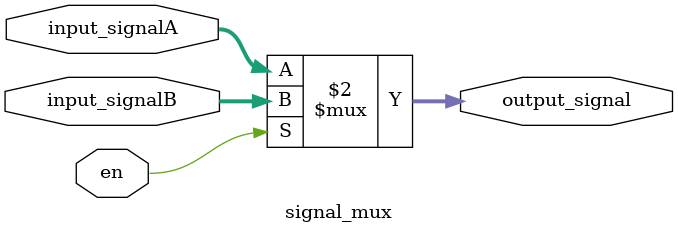
<source format=v>
module signal_mux(
	input		en,
	input		[9:0]	input_signalA,
	input		[9:0]	input_signalB,

	output		[9:0]	output_signal
);


assign output_signal =(en ==1'b0) ?input_signalA:input_signalB;
endmodule
</source>
